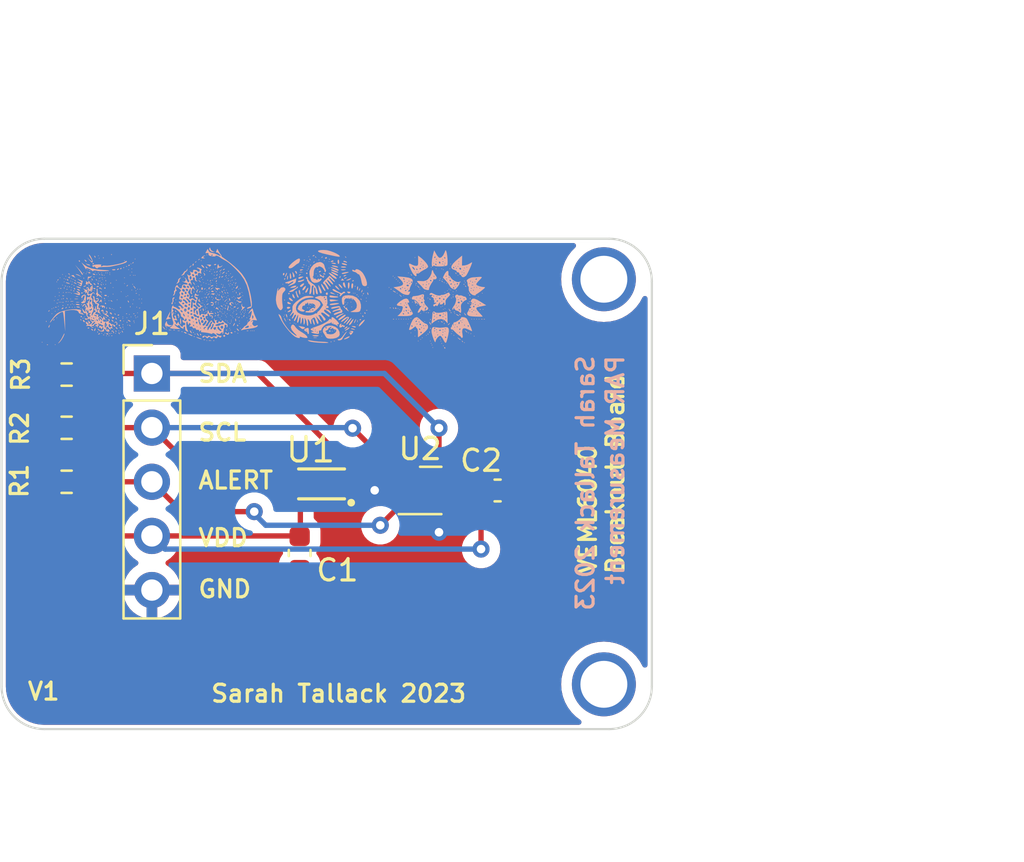
<source format=kicad_pcb>
(kicad_pcb (version 20221018) (generator pcbnew)
  (layers (0 "F.Cu" signal) (31 "B.Cu" signal) (34 "B.Paste" user) (35 "F.Paste" user) (36 "B.SilkS" user "B.Silkscreen") (37 "F.SilkS" user "F.Silkscreen") (38 "B.Mask" user) (39 "F.Mask" user) (44 "Edge.Cuts" user))
  (net 0 "")
  (net 1 "GND")
  (net 2 "/+3.3V")
  (net 3 "/SCL")
  (net 4 "/SDA")
  (net 5 "/ALERT")
  (footprint "Connector_PinHeader_2.54mm:PinHeader_1x05_P2.54mm_Vertical" (layer "F.Cu") (at 213.8 108.02)
    (fp_text reference "J1" (at 0 -2.33) (layer "F.SilkS"))
    (fp_text value "Conn_01x04_Pin")
    (pad "1" thru_hole rect (at 0 0) (size 1.7 1.7) (drill 1) (layers "*.Cu" "*.Mask") (net 4 "/SDA"))
    (pad "2" thru_hole oval (at 0 2.54) (size 1.7 1.7) (drill 1) (layers "*.Cu" "*.Mask") (net 3 "/SCL"))
    (pad "3" thru_hole oval (at 0 5.08) (size 1.7 1.7) (drill 1) (layers "*.Cu" "*.Mask") (net 5 "/ALERT"))
    (pad "4" thru_hole oval (at 0 7.62) (size 1.7 1.7) (drill 1) (layers "*.Cu" "*.Mask") (net 2 "/+3.3V"))
    (pad "5" thru_hole oval (at 0 10.16) (size 1.7 1.7) (drill 1) (layers "*.Cu" "*.Mask") (net 1 "GND"))
  )
  (footprint "Package_SON:WSON-6-1EP_2x2mm_P0.65mm_EP1x1.6mm" (layer "F.Cu") (at 226.378589 113.507484)
    (fp_text reference "U2" (at 0 -1.95) (layer "F.SilkS"))
    (fp_text value "TMP117xxDRV")
    (pad "1" smd roundrect (at -0.8875 -0.65) (size 0.375 0.4) (layers "F.Cu" "F.Paste" "F.Mask") (net 3 "/SCL"))
    (pad "2" smd roundrect (at -0.8875 0) (size 0.375 0.4) (layers "F.Cu" "F.Paste" "F.Mask") (net 1 "GND"))
    (pad "3" smd roundrect (at -0.8875 0.65) (size 0.375 0.4) (layers "F.Cu" "F.Paste" "F.Mask") (net 5 "/ALERT"))
    (pad "4" smd roundrect (at 0.8875 0.65) (size 0.375 0.4) (layers "F.Cu" "F.Paste" "F.Mask") (net 1 "GND"))
    (pad "5" smd roundrect (at 0.8875 0) (size 0.375 0.4) (layers "F.Cu" "F.Paste" "F.Mask") (net 2 "/+3.3V"))
    (pad "6" smd roundrect (at 0.8875 -0.65) (size 0.375 0.4) (layers "F.Cu" "F.Paste" "F.Mask") (net 4 "/SDA"))
    (pad "7" smd rect (at 0 0) (size 1 1.6) (layers "F.Cu" "F.Mask"))
  )
  (footprint "Resistor_SMD:R_0603_1608Metric" (layer "F.Cu") (at 209.8 113.1)
    (fp_text reference "R1" (at -2.21361 -0.040305 90) (layer "F.SilkS") (effects (font (size 0.8 0.8))))
    (fp_text value "4.7k")
    (pad "1" smd roundrect (at -0.825 0) (size 0.8 0.95) (layers "F.Cu" "F.Paste" "F.Mask") (net 2 "/+3.3V"))
    (pad "2" smd roundrect (at 0.825 0) (size 0.8 0.95) (layers "F.Cu" "F.Paste" "F.Mask") (net 5 "/ALERT"))
  )
  (footprint "Sarah_Footprints:SENSOR_SMD_VEML6040A3OG" (layer "F.Cu") (at 221.758377 113.199163 -90)
    (fp_text reference "U1" (at -1.599163 1.758377) (layer "F.SilkS") (effects (font (size 1.143 1.143) (thickness 0.152)) (justify left)))
    (fp_text value "VEML6040" hide)
    (pad "1" smd oval (at 0.35 -0.996 90) (size 0.392 0.9) (layers "F.Cu" "F.Paste" "F.Mask") (net 1 "GND"))
    (pad "2" smd oval (at -0.35 -0.996 90) (size 0.392 0.9) (layers "F.Cu" "F.Paste" "F.Mask") (net 4 "/SDA"))
    (pad "3" smd oval (at -0.35 0.945 90) (size 0.392 1) (layers "F.Cu" "F.Paste" "F.Mask") (net 3 "/SCL"))
    (pad "4" smd oval (at 0.35 0.995 90) (size 0.392 0.9) (layers "F.Cu" "F.Paste" "F.Mask") (net 2 "/+3.3V"))
  )
  (footprint "Capacitor_SMD:C_0603_1608Metric" (layer "F.Cu") (at 230.015872 113.508101 180)
    (fp_text reference "C2" (at 0.775 1.4) (layer "F.SilkS"))
    (fp_text value "100n")
    (pad "1" smd roundrect (at -0.775 0 180) (size 0.9 0.95) (layers "F.Cu" "F.Paste" "F.Mask") (net 1 "GND"))
    (pad "2" smd roundrect (at 0.775 0 180) (size 0.9 0.95) (layers "F.Cu" "F.Paste" "F.Mask") (net 2 "/+3.3V"))
  )
  (footprint "Resistor_SMD:R_0603_1608Metric" (layer "F.Cu") (at 209.80022 110.567066)
    (fp_text reference "R2" (at -2.197449 0.035019 90) (layer "F.SilkS") (effects (font (size 0.8 0.8))))
    (fp_text value "4.7k")
    (pad "1" smd roundrect (at -0.825 0) (size 0.8 0.95) (layers "F.Cu" "F.Paste" "F.Mask") (net 2 "/+3.3V"))
    (pad "2" smd roundrect (at 0.825 0) (size 0.8 0.95) (layers "F.Cu" "F.Paste" "F.Mask") (net 3 "/SCL"))
  )
  (footprint "Capacitor_SMD:C_0603_1608Metric" (layer "F.Cu") (at 220.73149 116.440187 90)
    (fp_text reference "C1" (at -0.809813 1.76851 180) (layer "F.SilkS"))
    (fp_text value "100n")
    (pad "1" smd roundrect (at -0.775 0 90) (size 0.9 0.95) (layers "F.Cu" "F.Paste" "F.Mask") (net 1 "GND"))
    (pad "2" smd roundrect (at 0.775 0 90) (size 0.9 0.95) (layers "F.Cu" "F.Paste" "F.Mask") (net 2 "/+3.3V"))
  )
  (footprint "Resistor_SMD:R_0603_1608Metric" (layer "F.Cu") (at 209.8 108.072421)
    (fp_text reference "R3" (at -2.147176 0.001444 90) (layer "F.SilkS") (effects (font (size 0.8 0.8))))
    (fp_text value "4.7k")
    (pad "1" smd roundrect (at -0.825 0) (size 0.8 0.95) (layers "F.Cu" "F.Paste" "F.Mask") (net 2 "/+3.3V"))
    (pad "2" smd roundrect (at 0.825 0) (size 0.8 0.95) (layers "F.Cu" "F.Paste" "F.Mask") (net 4 "/SDA"))
  )
  (footprint "LOGO" (layer "B.Cu") (at 213.489609 104.047734 180)
    (fp_text reference "G***" hide)
    (fp_text value "LOGO" hide)
  )
  (footprint "LOGO" (layer "B.Cu") (at 224.6 104.5 180)
    (fp_text reference "G***" hide)
    (fp_text value "LOGO" hide)
  )
  (gr_arc locked (start 235.25 101.7) (mid 236.664214 102.285786) (end 237.25 103.7) (stroke (width 0.1)) (layer "Edge.Cuts"))
  (gr_arc locked (start 206.75 103.7) (mid 207.335786 102.285786) (end 208.75 101.7) (stroke (width 0.1)) (layer "Edge.Cuts"))
  (gr_arc locked (start 237.25 122.7) (mid 236.664214 124.114214) (end 235.25 124.7) (stroke (width 0.1)) (layer "Edge.Cuts"))
  (gr_line locked (start 235.25 124.7) (end 208.75 124.7) (stroke (width 0.1)) (layer "Edge.Cuts"))
  (gr_arc locked (start 208.75 124.7) (mid 207.335786 124.114214) (end 206.75 122.7) (stroke (width 0.1)) (layer "Edge.Cuts"))
  (gr_line locked (start 208.75 101.7) (end 235.25 101.7) (stroke (width 0.1)) (layer "Edge.Cuts"))
  (gr_line locked (start 206.75 122.7) (end 206.75 103.7) (stroke (width 0.1)) (layer "Edge.Cuts"))
  (gr_line locked (start 237.25 103.7) (end 237.25 122.7) (stroke (width 0.1)) (layer "Edge.Cuts"))
  (gr_text "PAR Measurement" (at 236 107.1 90) (layer "B.SilkS") (effects (font (size 0.8 0.8)) (justify left bottom mirror)))
  (gr_text "Sarah Tallack 2023" (at 234.6 107.1 90) (layer "B.SilkS") (effects (font (size 0.8 0.8)) (justify left bottom mirror)))
  (gr_text "VEML6040 \nBreakout Board" (at 236 117.5 90) (layer "F.SilkS") (effects (font (size 0.8 0.8)) (justify left bottom)))
  (gr_text "V1" (at 207.9 123.4) (layer "F.SilkS") (effects (font (size 0.8 0.8)) (justify left bottom)))
  (gr_text "SCL" (at 215.9 111.25) (layer "F.SilkS") (effects (font (size 0.8 0.8)) (justify left bottom)))
  (gr_text "ALERT" (at 215.9 113.5) (layer "F.SilkS") (effects (font (size 0.8 0.8)) (justify left bottom)))
  (gr_text "GND" (at 215.9 118.6) (layer "F.SilkS") (effects (font (size 0.8 0.8)) (justify left bottom)))
  (gr_text "SDA" (at 215.9 108.5) (layer "F.SilkS") (effects (font (size 0.8 0.8)) (justify left bottom)))
  (gr_text "VDD" (at 215.9 116.2) (layer "F.SilkS") (effects (font (size 0.8 0.8)) (justify left bottom)))
  (gr_text "Sarah Tallack 2023" (at 216.5 123.5) (layer "F.SilkS") (effects (font (size 0.8 0.8)) (justify left bottom)))
  (via locked (at 235 122.6) (size 3) (drill 2.2) (layers "F.Cu" "B.Cu") (net 0))
  (via locked (at 235 103.6) (size 3) (drill 2.2) (layers "F.Cu" "B.Cu") (net 0))
  (segment (start 227.266089 115.466483) (end 227.266089 114.157484) (width 0.25) (layer "F.Cu") (net 1))
  (segment (start 225.483605 113.5) (end 225.491089 113.507484) (width 0.25) (layer "F.Cu") (net 1))
  (segment (start 224.25 113.5) (end 225.483605 113.5) (width 0.25) (layer "F.Cu") (net 1))
  (via (at 224.25 113.5) (size 0.8) (drill 0.4) (layers "F.Cu" "B.Cu") (net 1))
  (via (at 227.266089 115.466483) (size 0.8) (drill 0.4) (layers "F.Cu" "B.Cu") (net 1))
  (segment (start 229.240255 113.507484) (end 229.240872 113.508101) (width 0.25) (layer "F.Cu") (net 2))
  (segment (start 220.763377 113.549163) (end 220.763377 115.622783) (width 0.25) (layer "F.Cu") (net 2))
  (segment (start 229.23853 113.510443) (end 229.240872 113.508101) (width 0.25) (layer "F.Cu") (net 2))
  (segment (start 208.975 108.040305) (end 208.975 113.1) (width 0.25) (layer "F.Cu") (net 2))
  (segment (start 227.266089 113.507484) (end 229.240255 113.507484) (width 0.25) (layer "F.Cu") (net 2))
  (segment (start 220.74616 115.64) (end 213.8 115.64) (width 0.25) (layer "F.Cu") (net 2))
  (segment (start 211.515 115.64) (end 208.975 113.1) (width 0.25) (layer "F.Cu") (net 2))
  (segment (start 213.8 115.64) (end 211.515 115.64) (width 0.25) (layer "F.Cu") (net 2))
  (segment (start 229.23853 116.257066) (end 229.23853 113.510443) (width 0.25) (layer "F.Cu") (net 2))
  (via (at 229.23853 116.257066) (size 0.8) (drill 0.4) (layers "F.Cu" "B.Cu") (net 2))
  (segment (start 229.23853 116.257066) (end 214.417066 116.257066) (width 0.25) (layer "B.Cu") (net 2))
  (segment (start 214.417066 116.257066) (end 213.8 115.64) (width 0.25) (layer "B.Cu") (net 2))
  (segment (start 225.491089 112.857484) (end 225.484354 112.857484) (width 0.25) (layer "F.Cu") (net 3))
  (segment (start 220.813377 112.849163) (end 216.089163 112.849163) (width 0.25) (layer "F.Cu") (net 3))
  (segment (start 225.484354 112.857484) (end 223.213465 110.586595) (width 0.25) (layer "F.Cu") (net 3))
  (segment (start 210.632286 110.56) (end 213.8 110.56) (width 0.25) (layer "F.Cu") (net 3))
  (segment (start 210.62522 110.567066) (end 210.632286 110.56) (width 0.25) (layer "F.Cu") (net 3))
  (segment (start 216.089163 112.849163) (end 213.8 110.56) (width 0.25) (layer "F.Cu") (net 3))
  (segment (start 221.063572 112.849163) (end 218.593783 112.849163) (width 0.25) (layer "F.Cu") (net 3))
  (via (at 223.213465 110.586595) (size 0.8) (drill 0.4) (layers "F.Cu" "B.Cu") (net 3))
  (segment (start 213.8 110.56) (end 223.18687 110.56) (width 0.25) (layer "B.Cu") (net 3))
  (segment (start 223.18687 110.56) (end 223.213465 110.586595) (width 0.25) (layer "B.Cu") (net 3))
  (segment (start 210.625 108.072421) (end 210.637421 108.06) (width 0.25) (layer "F.Cu") (net 4))
  (segment (start 218.77 108.02) (end 213.8 108.02) (width 0.25) (layer "F.Cu") (net 4))
  (segment (start 210.645305 108.02) (end 213.8 108.02) (width 0.25) (layer "F.Cu") (net 4))
  (segment (start 227.266089 110.579689) (end 227.266089 112.857484) (width 0.25) (layer "F.Cu") (net 4))
  (segment (start 210.625 108.040305) (end 210.645305 108.02) (width 0.25) (layer "F.Cu") (net 4))
  (segment (start 222.754377 112.004377) (end 218.77 108.02) (width 0.25) (layer "F.Cu") (net 4))
  (segment (start 222.754377 112.849163) (end 222.754377 112.004377) (width 0.25) (layer "F.Cu") (net 4))
  (via (at 227.266089 110.579689) (size 0.8) (drill 0.4) (layers "F.Cu" "B.Cu") (net 4))
  (segment (start 227.266089 110.579689) (end 224.7064 108.02) (width 0.25) (layer "B.Cu") (net 4))
  (segment (start 224.7064 108.02) (end 213.8 108.02) (width 0.25) (layer "B.Cu") (net 4))
  (segment (start 225.491089 114.161667) (end 225.491089 114.157484) (width 0.25) (layer "F.Cu") (net 5))
  (segment (start 215.2 114.5) (end 213.8 113.1) (width 0.25) (layer "F.Cu") (net 5))
  (segment (start 210.625 113.1) (end 213.8 113.1) (width 0.25) (layer "F.Cu") (net 5))
  (segment (start 218.6 114.5) (end 215.2 114.5) (width 0.25) (layer "F.Cu") (net 5))
  (segment (start 224.512669 115.140087) (end 225.491089 114.161667) (width 0.25) (layer "F.Cu") (net 5))
  (via (at 218.6 114.5) (size 0.8) (drill 0.4) (layers "F.Cu" "B.Cu") (net 5))
  (via (at 224.512669 115.140087) (size 0.8) (drill 0.4) (layers "F.Cu" "B.Cu") (net 5))
  (segment (start 219.140087 115.140087) (end 218.6 114.6) (width 0.25) (layer "B.Cu") (net 5))
  (segment (start 224.512669 115.140087) (end 219.140087 115.140087) (width 0.25) (layer "B.Cu") (net 5))
  (segment (start 218.6 114.6) (end 218.6 114.5) (width 0.25) (layer "B.Cu") (net 5))
  (zone (net 1) (net_name "GND") (layers "F&B.Cu") (connect_pads (clearance 0.5)) (min_thickness 0.25) (fill yes (thermal_gap 0.5) (thermal_bridge_width 0.5))
    (polygon (pts (xy 206.7 101.7) (xy 237.3 101.7) (xy 237.3 124.8) (xy 206.717414 124.76796)))
  )
)
</source>
